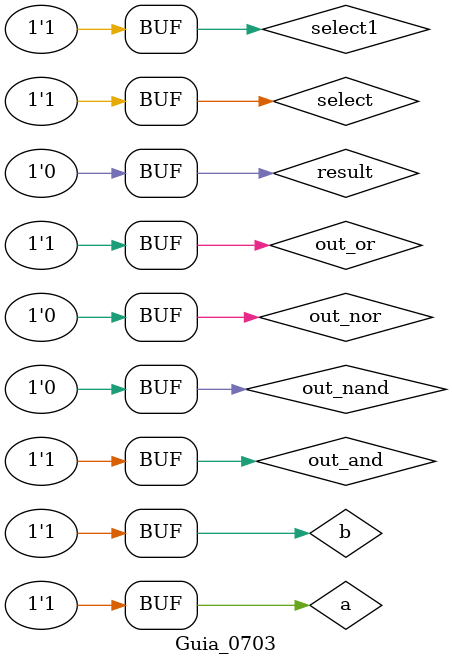
<source format=v>
/*
    Gabriel Glatz Campos
    811445
*/

module Guia_0703;
    reg a, b, select, select1;
	wire result;
	wire out_or, out_nor, out_and,  out_nand;
	
	assign out_and = a & b;
	assign out_nand = ~(a & b);
	assign out_or = a | b;
	assign out_nor = ~(a | b);

	assign result = select ? (select1 ? out_nor : out_nand) : (select1 ? out_or : out_and);

    initial begin
        $display("Guia_0701 - Gabriel Glatz Campos - 811445");
        $display("a   b   s1  s2   out");
        $monitor("%b   %b     %b     %b     %b", a, b, select,select1,result);

           a = 0; b = 0; select = 0; select1 = 0; // 0 0 (AND)
		#1 a = 0; b = 0; select = 0; select1 = 1; // 0 1 (OR)
		#1 a = 0; b = 0; select = 1; select1 = 0; // 1 0 (NAND)
		#1 a = 0; b = 0; select = 1; select1 = 1; // 1 1 (NOR) 
		#1 a = 0; b = 1; select = 0; select1 = 0; // 0 0 (AND)
		#1 a = 0; b = 1; select = 0; select1 = 1; // 0 1 (OR)
		#1 a = 0; b = 1; select = 1; select1 = 0; // 1 0 (NAND)
		#1 a = 0; b = 1; select = 1; select1 = 1; // 1 1 (NOR) 
		#1 a = 1; b = 0; select = 0; select1 = 0; // 0 0 (AND)
		#1 a = 1; b = 0; select = 0; select1 = 1; // 0 1 (OR)
		#1 a = 1; b = 0; select = 1; select1 = 0; // 1 0 (NAND)
		#1 a = 1; b = 0; select = 1; select1 = 1; // 1 1 (NOR) 
		#1 a = 1; b = 1; select = 0; select1 = 0; // 0 0 (AND)
		#1 a = 1; b = 1; select = 0; select1 = 1; // 0 1 (OR)
		#1 a = 1; b = 1; select = 1; select1 = 0; // 1 0 (NAND)
		#1 a = 1; b = 1; select = 1; select1 = 1; // 1 1 (NOR)
    end

endmodule

/*
Guia_0701 - Gabriel Glatz Campos - 811445
a   b   s1  s2   out
0   0     0     0     0
0   0     0     1     0
0   0     1     0     1
0   0     1     1     1
0   1     0     0     0
0   1     0     1     1
0   1     1     0     1
0   1     1     1     0
1   0     0     0     0
1   0     0     1     1
1   0     1     0     1
1   0     1     1     0
1   1     0     0     1
1   1     0     1     1
1   1     1     0     0
1   1     1     1     0
*/
</source>
